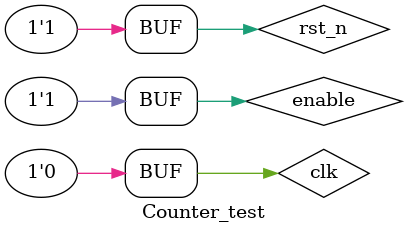
<source format=v>
`timescale 1ns / 1ps


module Counter_test;

	// Inputs
	reg clk;
	reg rst_n;
	reg enable;
	
	// Outputs
	wire [15:0] count;

	// Instantiate the Unit Under Test (UUT)
	nBitCounter uut (
		.count(count),
		.enable(enable),
		.clk(clk), 
		.rst_n(rst_n)
	);

	initial begin
		// Initialize Inputs
		clk = 0;
		rst_n = 1;
		enable = 1;
		// Wait 100 ns for global reset to finish
		#100;
       

		repeat(50) #10 clk = ~clk;	
		enable = 0;
		repeat(10) #10 clk = ~clk;
		enable = 1;
		repeat(50) #10 clk = ~clk;
		
		// Add stimulus here

	end
      
endmodule


</source>
